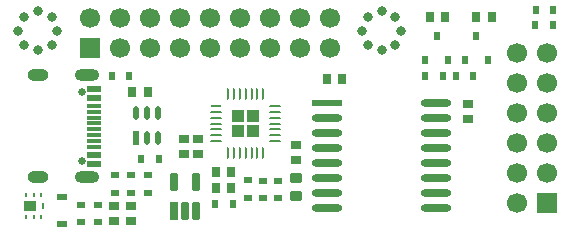
<source format=gtp>
G04*
G04 #@! TF.GenerationSoftware,Altium Limited,Altium Designer,24.10.1 (45)*
G04*
G04 Layer_Color=8421504*
%FSLAX43Y43*%
%MOMM*%
G71*
G04*
G04 #@! TF.SameCoordinates,5BCE292B-7CFC-4065-8FF8-BD4E104F7C16*
G04*
G04*
G04 #@! TF.FilePolarity,Positive*
G04*
G01*
G75*
%ADD15R,1.016X1.016*%
%ADD16R,0.250X0.330*%
%ADD17R,0.250X0.560*%
%ADD18R,0.250X0.330*%
%ADD19R,0.250X0.330*%
%ADD20R,1.050X0.900*%
%ADD21R,0.250X0.330*%
%ADD22R,1.150X0.300*%
%ADD23R,1.150X0.600*%
G04:AMPARAMS|DCode=24|XSize=0.65mm|YSize=1.6mm|CornerRadius=0.114mm|HoleSize=0mm|Usage=FLASHONLY|Rotation=180.000|XOffset=0mm|YOffset=0mm|HoleType=Round|Shape=RoundedRectangle|*
%AMROUNDEDRECTD24*
21,1,0.650,1.373,0,0,180.0*
21,1,0.422,1.600,0,0,180.0*
1,1,0.228,-0.211,0.686*
1,1,0.228,0.211,0.686*
1,1,0.228,0.211,-0.686*
1,1,0.228,-0.211,-0.686*
%
%ADD24ROUNDEDRECTD24*%
%ADD25R,0.650X1.600*%
G04:AMPARAMS|DCode=26|XSize=1.156mm|YSize=0.536mm|CornerRadius=0.268mm|HoleSize=0mm|Usage=FLASHONLY|Rotation=90.000|XOffset=0mm|YOffset=0mm|HoleType=Round|Shape=RoundedRectangle|*
%AMROUNDEDRECTD26*
21,1,1.156,0.000,0,0,90.0*
21,1,0.620,0.536,0,0,90.0*
1,1,0.536,0.000,0.310*
1,1,0.536,0.000,-0.310*
1,1,0.536,0.000,-0.310*
1,1,0.536,0.000,0.310*
%
%ADD26ROUNDEDRECTD26*%
%ADD27R,0.536X1.156*%
%ADD28R,0.600X0.800*%
G04:AMPARAMS|DCode=29|XSize=2.598mm|YSize=0.622mm|CornerRadius=0.311mm|HoleSize=0mm|Usage=FLASHONLY|Rotation=0.000|XOffset=0mm|YOffset=0mm|HoleType=Round|Shape=RoundedRectangle|*
%AMROUNDEDRECTD29*
21,1,2.598,0.000,0,0,0.0*
21,1,1.976,0.622,0,0,0.0*
1,1,0.622,0.988,0.000*
1,1,0.622,-0.988,0.000*
1,1,0.622,-0.988,0.000*
1,1,0.622,0.988,0.000*
%
%ADD29ROUNDEDRECTD29*%
%ADD30R,2.598X0.622*%
%ADD31R,0.830X0.625*%
%ADD32R,0.500X0.800*%
G04:AMPARAMS|DCode=33|XSize=0.2mm|YSize=0.95mm|CornerRadius=0.05mm|HoleSize=0mm|Usage=FLASHONLY|Rotation=90.000|XOffset=0mm|YOffset=0mm|HoleType=Round|Shape=RoundedRectangle|*
%AMROUNDEDRECTD33*
21,1,0.200,0.850,0,0,90.0*
21,1,0.100,0.950,0,0,90.0*
1,1,0.100,0.425,0.050*
1,1,0.100,0.425,-0.050*
1,1,0.100,-0.425,-0.050*
1,1,0.100,-0.425,0.050*
%
%ADD33ROUNDEDRECTD33*%
G04:AMPARAMS|DCode=34|XSize=0.2mm|YSize=0.95mm|CornerRadius=0.05mm|HoleSize=0mm|Usage=FLASHONLY|Rotation=0.000|XOffset=0mm|YOffset=0mm|HoleType=Round|Shape=RoundedRectangle|*
%AMROUNDEDRECTD34*
21,1,0.200,0.850,0,0,0.0*
21,1,0.100,0.950,0,0,0.0*
1,1,0.100,0.050,-0.425*
1,1,0.100,-0.050,-0.425*
1,1,0.100,-0.050,0.425*
1,1,0.100,0.050,0.425*
%
%ADD34ROUNDEDRECTD34*%
%ADD35R,0.950X0.200*%
G04:AMPARAMS|DCode=36|XSize=0.8mm|YSize=1mm|CornerRadius=0.1mm|HoleSize=0mm|Usage=FLASHONLY|Rotation=270.000|XOffset=0mm|YOffset=0mm|HoleType=Round|Shape=RoundedRectangle|*
%AMROUNDEDRECTD36*
21,1,0.800,0.800,0,0,270.0*
21,1,0.600,1.000,0,0,270.0*
1,1,0.200,-0.400,-0.300*
1,1,0.200,-0.400,0.300*
1,1,0.200,0.400,0.300*
1,1,0.200,0.400,-0.300*
%
%ADD36ROUNDEDRECTD36*%
%ADD37R,0.800X0.900*%
%ADD38R,0.900X0.800*%
%ADD39R,0.800X0.500*%
%ADD40C,0.650*%
%ADD41O,2.100X1.000*%
%ADD42O,1.800X1.000*%
G04:AMPARAMS|DCode=43|XSize=1.7mm|YSize=1.7mm|CornerRadius=0.85mm|HoleSize=0mm|Usage=FLASHONLY|Rotation=90.000|XOffset=0mm|YOffset=0mm|HoleType=Round|Shape=RoundedRectangle|*
%AMROUNDEDRECTD43*
21,1,1.700,0.000,0,0,90.0*
21,1,0.000,1.700,0,0,90.0*
1,1,1.700,0.000,0.000*
1,1,1.700,0.000,0.000*
1,1,1.700,0.000,0.000*
1,1,1.700,0.000,0.000*
%
%ADD43ROUNDEDRECTD43*%
%ADD44R,1.700X1.700*%
G04:AMPARAMS|DCode=45|XSize=1.7mm|YSize=1.7mm|CornerRadius=0.85mm|HoleSize=0mm|Usage=FLASHONLY|Rotation=180.000|XOffset=0mm|YOffset=0mm|HoleType=Round|Shape=RoundedRectangle|*
%AMROUNDEDRECTD45*
21,1,1.700,0.000,0,0,180.0*
21,1,0.000,1.700,0,0,180.0*
1,1,1.700,0.000,0.000*
1,1,1.700,0.000,0.000*
1,1,1.700,0.000,0.000*
1,1,1.700,0.000,0.000*
%
%ADD45ROUNDEDRECTD45*%
%ADD46R,1.700X1.700*%
%ADD47C,0.800*%
D15*
X21135Y9878D02*
D03*
Y8608D02*
D03*
X19865Y9878D02*
D03*
Y8608D02*
D03*
D16*
X3193Y3165D02*
D03*
D17*
X3318Y2230D02*
D03*
D18*
X1893Y3165D02*
D03*
D19*
X2543Y3165D02*
D03*
X3193Y1295D02*
D03*
X2543D02*
D03*
D20*
X2258Y2230D02*
D03*
D21*
X1893Y1295D02*
D03*
D22*
X7677Y9750D02*
D03*
Y10250D02*
D03*
Y8750D02*
D03*
Y9250D02*
D03*
Y10750D02*
D03*
Y7250D02*
D03*
Y7750D02*
D03*
Y8250D02*
D03*
D23*
Y12200D02*
D03*
Y11400D02*
D03*
Y5800D02*
D03*
Y6600D02*
D03*
D24*
X16306Y4333D02*
D03*
X14406D02*
D03*
X16306Y1833D02*
D03*
X15356D02*
D03*
D25*
X14406D02*
D03*
D26*
X13073Y10175D02*
D03*
X12123D02*
D03*
X11173D02*
D03*
X12123Y8025D02*
D03*
X13073D02*
D03*
D27*
X11173D02*
D03*
D28*
X36662Y16656D02*
D03*
X37612Y14636D02*
D03*
X35712D02*
D03*
X40039Y16648D02*
D03*
X40989Y14628D02*
D03*
X39089D02*
D03*
D29*
X36578Y9675D02*
D03*
Y8405D02*
D03*
Y10945D02*
D03*
Y5865D02*
D03*
Y7135D02*
D03*
Y4595D02*
D03*
Y2055D02*
D03*
Y3325D02*
D03*
X27422Y4595D02*
D03*
Y5865D02*
D03*
Y9675D02*
D03*
Y7135D02*
D03*
Y8405D02*
D03*
Y2055D02*
D03*
Y3325D02*
D03*
D30*
Y10945D02*
D03*
D31*
X4938Y2984D02*
D03*
Y759D02*
D03*
D32*
X19400Y2457D02*
D03*
X17900D02*
D03*
X39786Y13244D02*
D03*
X38286D02*
D03*
X10658Y13244D02*
D03*
X9158D02*
D03*
X46538Y17557D02*
D03*
X45038D02*
D03*
X46543Y18859D02*
D03*
X45043D02*
D03*
X37215Y13286D02*
D03*
X35715D02*
D03*
X13164Y6242D02*
D03*
X11664D02*
D03*
D33*
X22975Y10743D02*
D03*
Y9743D02*
D03*
Y9243D02*
D03*
Y10243D02*
D03*
Y8743D02*
D03*
Y8243D02*
D03*
Y7743D02*
D03*
X18025Y9243D02*
D03*
Y8743D02*
D03*
Y10243D02*
D03*
Y9743D02*
D03*
Y7743D02*
D03*
Y8243D02*
D03*
D34*
X22000Y11718D02*
D03*
X21000D02*
D03*
X21500D02*
D03*
X20000D02*
D03*
X20500D02*
D03*
X22000Y6768D02*
D03*
X21500D02*
D03*
X20500D02*
D03*
X21000D02*
D03*
X19000Y11718D02*
D03*
X19500D02*
D03*
Y6768D02*
D03*
X20000D02*
D03*
X19000D02*
D03*
D35*
X18025Y10743D02*
D03*
D36*
X24721Y4625D02*
D03*
Y3125D02*
D03*
D37*
X19286Y3806D02*
D03*
X17986D02*
D03*
X37405Y18243D02*
D03*
X36105D02*
D03*
X19286Y5120D02*
D03*
X17986D02*
D03*
X41333Y18264D02*
D03*
X40033D02*
D03*
X28660Y12990D02*
D03*
X27360D02*
D03*
X12194Y11878D02*
D03*
X10894D02*
D03*
D38*
X9393Y2294D02*
D03*
Y994D02*
D03*
X15271Y7954D02*
D03*
Y6654D02*
D03*
X39302Y10913D02*
D03*
Y9613D02*
D03*
X16446Y7954D02*
D03*
Y6654D02*
D03*
X24721Y7433D02*
D03*
Y6133D02*
D03*
X10827Y2294D02*
D03*
Y994D02*
D03*
D39*
X7960Y2388D02*
D03*
Y888D02*
D03*
X9424Y4871D02*
D03*
Y3371D02*
D03*
X6570Y2388D02*
D03*
Y888D02*
D03*
X12261Y4871D02*
D03*
Y3371D02*
D03*
X23220Y4413D02*
D03*
Y2913D02*
D03*
X20655Y4424D02*
D03*
Y2924D02*
D03*
X21987Y4416D02*
D03*
Y2916D02*
D03*
X10827Y4871D02*
D03*
Y3371D02*
D03*
D40*
X6602Y11890D02*
D03*
Y6110D02*
D03*
D41*
X7102Y13320D02*
D03*
Y4680D02*
D03*
D42*
X2922Y13320D02*
D03*
Y4680D02*
D03*
D43*
X22540Y18140D02*
D03*
X25080D02*
D03*
X20000D02*
D03*
X27620D02*
D03*
X14920D02*
D03*
X17460D02*
D03*
X12380D02*
D03*
Y15600D02*
D03*
X9840D02*
D03*
X27620D02*
D03*
X25080D02*
D03*
X17460D02*
D03*
X14920D02*
D03*
X22540D02*
D03*
X20000D02*
D03*
X9840Y18140D02*
D03*
X7300D02*
D03*
D44*
Y15600D02*
D03*
D45*
X46000Y7580D02*
D03*
Y10120D02*
D03*
Y5040D02*
D03*
Y15200D02*
D03*
X43460D02*
D03*
X46000Y12660D02*
D03*
X43460Y2500D02*
D03*
Y10120D02*
D03*
Y12660D02*
D03*
Y5040D02*
D03*
Y7580D02*
D03*
D46*
X46000Y2500D02*
D03*
D47*
X33167Y18267D02*
D03*
X33650Y17100D02*
D03*
X32000Y18750D02*
D03*
X33167Y15933D02*
D03*
X32000Y15450D02*
D03*
X30833Y15933D02*
D03*
Y18267D02*
D03*
X30350Y17100D02*
D03*
X4067Y18267D02*
D03*
X4550Y17100D02*
D03*
X2900Y18750D02*
D03*
X4067Y15933D02*
D03*
X2900Y15450D02*
D03*
X1733Y15933D02*
D03*
Y18267D02*
D03*
X1250Y17100D02*
D03*
M02*

</source>
